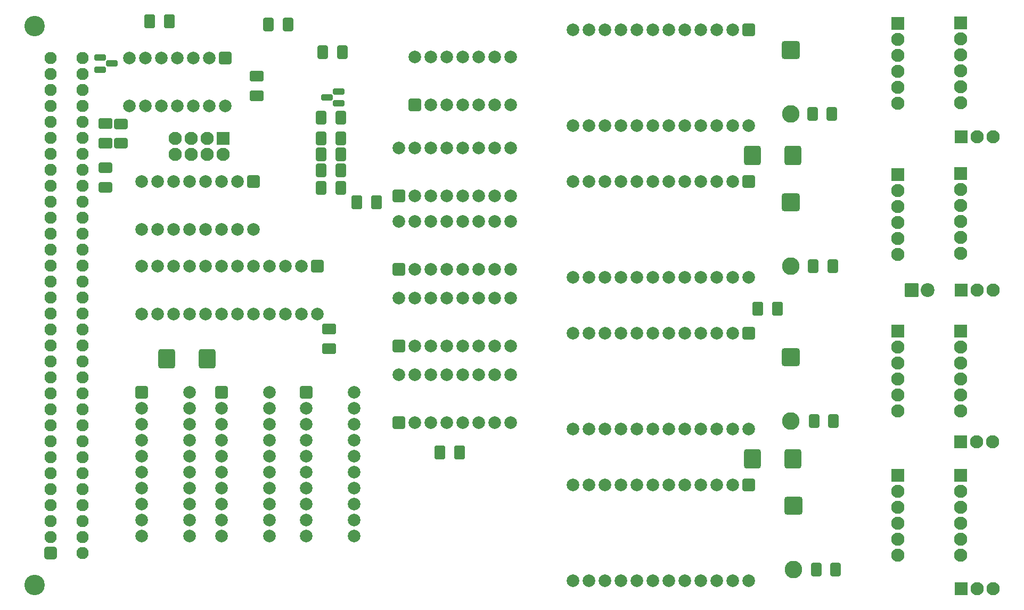
<source format=gbr>
G04 #@! TF.GenerationSoftware,KiCad,Pcbnew,9.0.3-9.0.3-0~ubuntu22.04.1*
G04 #@! TF.CreationDate,2025-08-22T11:52:41+02:00*
G04 #@! TF.ProjectId,CPU09US4,43505530-3955-4533-942e-6b696361645f,rev?*
G04 #@! TF.SameCoordinates,Original*
G04 #@! TF.FileFunction,Soldermask,Top*
G04 #@! TF.FilePolarity,Negative*
%FSLAX46Y46*%
G04 Gerber Fmt 4.6, Leading zero omitted, Abs format (unit mm)*
G04 Created by KiCad (PCBNEW 9.0.3-9.0.3-0~ubuntu22.04.1) date 2025-08-22 11:52:41*
%MOMM*%
%LPD*%
G01*
G04 APERTURE LIST*
G04 Aperture macros list*
%AMRoundRect*
0 Rectangle with rounded corners*
0 $1 Rounding radius*
0 $2 $3 $4 $5 $6 $7 $8 $9 X,Y pos of 4 corners*
0 Add a 4 corners polygon primitive as box body*
4,1,4,$2,$3,$4,$5,$6,$7,$8,$9,$2,$3,0*
0 Add four circle primitives for the rounded corners*
1,1,$1+$1,$2,$3*
1,1,$1+$1,$4,$5*
1,1,$1+$1,$6,$7*
1,1,$1+$1,$8,$9*
0 Add four rect primitives between the rounded corners*
20,1,$1+$1,$2,$3,$4,$5,0*
20,1,$1+$1,$4,$5,$6,$7,0*
20,1,$1+$1,$6,$7,$8,$9,0*
20,1,$1+$1,$8,$9,$2,$3,0*%
G04 Aperture macros list end*
%ADD10C,2.100000*%
%ADD11RoundRect,0.200000X-0.850000X-0.850000X0.850000X-0.850000X0.850000X0.850000X-0.850000X0.850000X0*%
%ADD12RoundRect,0.294545X1.027955X1.200455X-1.027955X1.200455X-1.027955X-1.200455X1.027955X-1.200455X0*%
%ADD13RoundRect,0.294545X-1.027955X-1.200455X1.027955X-1.200455X1.027955X1.200455X-1.027955X1.200455X0*%
%ADD14RoundRect,0.250000X0.687500X0.250000X-0.687500X0.250000X-0.687500X-0.250000X0.687500X-0.250000X0*%
%ADD15RoundRect,0.250000X-0.687500X-0.250000X0.687500X-0.250000X0.687500X0.250000X-0.687500X0.250000X0*%
%ADD16C,2.000000*%
%ADD17RoundRect,0.312500X-0.687500X0.687500X-0.687500X-0.687500X0.687500X-0.687500X0.687500X0.687500X0*%
%ADD18RoundRect,0.312500X0.687500X-0.687500X0.687500X0.687500X-0.687500X0.687500X-0.687500X-0.687500X0*%
%ADD19RoundRect,0.312500X-0.687500X-0.687500X0.687500X-0.687500X0.687500X0.687500X-0.687500X0.687500X0*%
%ADD20RoundRect,0.325471X-0.537029X-0.774529X0.537029X-0.774529X0.537029X0.774529X-0.537029X0.774529X0*%
%ADD21RoundRect,0.325471X0.537029X0.774529X-0.537029X0.774529X-0.537029X-0.774529X0.537029X-0.774529X0*%
%ADD22RoundRect,0.326924X0.523076X0.748076X-0.523076X0.748076X-0.523076X-0.748076X0.523076X-0.748076X0*%
%ADD23RoundRect,0.291668X-1.108332X1.108332X-1.108332X-1.108332X1.108332X-1.108332X1.108332X1.108332X0*%
%ADD24C,2.800000*%
%ADD25RoundRect,0.325471X0.774529X-0.537029X0.774529X0.537029X-0.774529X0.537029X-0.774529X-0.537029X0*%
%ADD26RoundRect,0.325471X-0.774529X0.537029X-0.774529X-0.537029X0.774529X-0.537029X0.774529X0.537029X0*%
%ADD27RoundRect,0.200000X0.850000X-0.850000X0.850000X0.850000X-0.850000X0.850000X-0.850000X-0.850000X0*%
%ADD28RoundRect,0.326924X-0.523076X-0.748076X0.523076X-0.748076X0.523076X0.748076X-0.523076X0.748076X0*%
%ADD29C,3.250000*%
%ADD30RoundRect,0.314516X0.660484X-0.660484X0.660484X0.660484X-0.660484X0.660484X-0.660484X-0.660484X0*%
%ADD31C,1.950000*%
%ADD32RoundRect,0.326924X-0.748076X0.523076X-0.748076X-0.523076X0.748076X-0.523076X0.748076X0.523076X0*%
%ADD33RoundRect,0.200000X-0.850000X0.850000X-0.850000X-0.850000X0.850000X-0.850000X0.850000X0.850000X0*%
%ADD34RoundRect,0.200000X-0.900000X-0.900000X0.900000X-0.900000X0.900000X0.900000X-0.900000X0.900000X0*%
%ADD35C,2.200000*%
G04 APERTURE END LIST*
D10*
X200000000Y-116700000D03*
X200000000Y-114160000D03*
X200000000Y-111620000D03*
X200000000Y-109080000D03*
X200000000Y-106540000D03*
D11*
X200000000Y-104000000D03*
D12*
X183326000Y-124333000D03*
X176911000Y-124333000D03*
X183326000Y-76073000D03*
X176911000Y-76073000D03*
D13*
X83755000Y-108458000D03*
X90170000Y-108458000D03*
D14*
X111125000Y-67818000D03*
X111125000Y-65918000D03*
X109250000Y-66868000D03*
D15*
X73182000Y-60518000D03*
X73182000Y-62418000D03*
X75057000Y-61468000D03*
D16*
X97536000Y-87884000D03*
X94996000Y-87884000D03*
X92456000Y-87884000D03*
X89916000Y-87884000D03*
X87376000Y-87884000D03*
X84836000Y-87884000D03*
X82296000Y-87884000D03*
X79756000Y-87884000D03*
X79756000Y-80264000D03*
X82296000Y-80264000D03*
X84836000Y-80264000D03*
X87376000Y-80264000D03*
X89916000Y-80264000D03*
X92456000Y-80264000D03*
X94996000Y-80264000D03*
D17*
X97536000Y-80264000D03*
D18*
X123190000Y-68072000D03*
D16*
X125730000Y-68072000D03*
X128270000Y-68072000D03*
X130810000Y-68072000D03*
X133350000Y-68072000D03*
X135890000Y-68072000D03*
X138430000Y-68072000D03*
X138430000Y-60452000D03*
X135890000Y-60452000D03*
X133350000Y-60452000D03*
X130810000Y-60452000D03*
X128270000Y-60452000D03*
X125730000Y-60452000D03*
X123190000Y-60452000D03*
D19*
X92456000Y-113792000D03*
D16*
X92456000Y-116332000D03*
X92456000Y-118872000D03*
X92456000Y-121412000D03*
X92456000Y-123952000D03*
X92456000Y-126492000D03*
X92456000Y-129032000D03*
X92456000Y-131572000D03*
X92456000Y-134112000D03*
X92456000Y-136652000D03*
X100076000Y-136652000D03*
X100076000Y-134112000D03*
X100076000Y-131572000D03*
X100076000Y-129032000D03*
X100076000Y-126492000D03*
X100076000Y-123952000D03*
X100076000Y-121412000D03*
X100076000Y-118872000D03*
X100076000Y-116332000D03*
X100076000Y-113792000D03*
D19*
X105918000Y-113792000D03*
D16*
X105918000Y-116332000D03*
X105918000Y-118872000D03*
X105918000Y-121412000D03*
X105918000Y-123952000D03*
X105918000Y-126492000D03*
X105918000Y-129032000D03*
X105918000Y-131572000D03*
X105918000Y-134112000D03*
X105918000Y-136652000D03*
X113538000Y-136652000D03*
X113538000Y-134112000D03*
X113538000Y-131572000D03*
X113538000Y-129032000D03*
X113538000Y-126492000D03*
X113538000Y-123952000D03*
X113538000Y-121412000D03*
X113538000Y-118872000D03*
X113538000Y-116332000D03*
X113538000Y-113792000D03*
D18*
X120650000Y-82550000D03*
D16*
X123190000Y-82550000D03*
X125730000Y-82550000D03*
X128270000Y-82550000D03*
X130810000Y-82550000D03*
X133350000Y-82550000D03*
X135890000Y-82550000D03*
X138430000Y-82550000D03*
X138430000Y-74930000D03*
X135890000Y-74930000D03*
X133350000Y-74930000D03*
X130810000Y-74930000D03*
X128270000Y-74930000D03*
X125730000Y-74930000D03*
X123190000Y-74930000D03*
X120650000Y-74930000D03*
D18*
X120650000Y-94234000D03*
D16*
X123190000Y-94234000D03*
X125730000Y-94234000D03*
X128270000Y-94234000D03*
X130810000Y-94234000D03*
X133350000Y-94234000D03*
X135890000Y-94234000D03*
X138430000Y-94234000D03*
X138430000Y-86614000D03*
X135890000Y-86614000D03*
X133350000Y-86614000D03*
X130810000Y-86614000D03*
X128270000Y-86614000D03*
X125730000Y-86614000D03*
X123190000Y-86614000D03*
X120650000Y-86614000D03*
D18*
X120650000Y-106426000D03*
D16*
X123190000Y-106426000D03*
X125730000Y-106426000D03*
X128270000Y-106426000D03*
X130810000Y-106426000D03*
X133350000Y-106426000D03*
X135890000Y-106426000D03*
X138430000Y-106426000D03*
X138430000Y-98806000D03*
X135890000Y-98806000D03*
X133350000Y-98806000D03*
X130810000Y-98806000D03*
X128270000Y-98806000D03*
X125730000Y-98806000D03*
X123190000Y-98806000D03*
X120650000Y-98806000D03*
D17*
X93091000Y-60579000D03*
D16*
X90551000Y-60579000D03*
X88011000Y-60579000D03*
X85471000Y-60579000D03*
X82931000Y-60579000D03*
X80391000Y-60579000D03*
X77851000Y-60579000D03*
X77851000Y-68199000D03*
X80391000Y-68199000D03*
X82931000Y-68199000D03*
X85471000Y-68199000D03*
X88011000Y-68199000D03*
X90551000Y-68199000D03*
X93091000Y-68199000D03*
D19*
X79756000Y-113792000D03*
D16*
X79756000Y-116332000D03*
X79756000Y-118872000D03*
X79756000Y-121412000D03*
X79756000Y-123952000D03*
X79756000Y-126492000D03*
X79756000Y-129032000D03*
X79756000Y-131572000D03*
X79756000Y-134112000D03*
X79756000Y-136652000D03*
X87376000Y-136652000D03*
X87376000Y-134112000D03*
X87376000Y-131572000D03*
X87376000Y-129032000D03*
X87376000Y-126492000D03*
X87376000Y-123952000D03*
X87376000Y-121412000D03*
X87376000Y-118872000D03*
X87376000Y-116332000D03*
X87376000Y-113792000D03*
D20*
X113969000Y-83566000D03*
X117094000Y-83566000D03*
D21*
X84151000Y-54737000D03*
X81026000Y-54737000D03*
D20*
X127215500Y-123317000D03*
X130340500Y-123317000D03*
D17*
X176276000Y-104394000D03*
D16*
X173736000Y-104394000D03*
X171196000Y-104394000D03*
X168656000Y-104394000D03*
X166116000Y-104394000D03*
X163576000Y-104394000D03*
X161036000Y-104394000D03*
X158496000Y-104394000D03*
X155956000Y-104394000D03*
X153416000Y-104394000D03*
X150876000Y-104394000D03*
X148336000Y-104394000D03*
X148336000Y-119634000D03*
X150876000Y-119634000D03*
X153416000Y-119634000D03*
X155956000Y-119634000D03*
X158496000Y-119634000D03*
X161036000Y-119634000D03*
X163576000Y-119634000D03*
X166116000Y-119634000D03*
X168656000Y-119634000D03*
X171196000Y-119634000D03*
X173736000Y-119634000D03*
X176276000Y-119634000D03*
D22*
X111405000Y-70104000D03*
X108305000Y-70104000D03*
X111405000Y-73406000D03*
X108305000Y-73406000D03*
D17*
X176276000Y-80264000D03*
D16*
X173736000Y-80264000D03*
X171196000Y-80264000D03*
X168656000Y-80264000D03*
X166116000Y-80264000D03*
X163576000Y-80264000D03*
X161036000Y-80264000D03*
X158496000Y-80264000D03*
X155956000Y-80264000D03*
X153416000Y-80264000D03*
X150876000Y-80264000D03*
X148336000Y-80264000D03*
X148336000Y-95504000D03*
X150876000Y-95504000D03*
X153416000Y-95504000D03*
X155956000Y-95504000D03*
X158496000Y-95504000D03*
X161036000Y-95504000D03*
X163576000Y-95504000D03*
X166116000Y-95504000D03*
X168656000Y-95504000D03*
X171196000Y-95504000D03*
X173736000Y-95504000D03*
X176276000Y-95504000D03*
D11*
X210000000Y-127000000D03*
D10*
X210000000Y-129540000D03*
X210000000Y-132080000D03*
X210000000Y-134620000D03*
X210000000Y-137160000D03*
X210000000Y-139700000D03*
D23*
X183388000Y-131826000D03*
D24*
X183388000Y-141986000D03*
D22*
X111405000Y-81280000D03*
X108305000Y-81280000D03*
D23*
X183007000Y-83566000D03*
D24*
X183007000Y-93726000D03*
D22*
X111405000Y-78486000D03*
X108305000Y-78486000D03*
D25*
X98044000Y-66586500D03*
X98044000Y-63461500D03*
D11*
X210000000Y-55000000D03*
D10*
X210000000Y-57540000D03*
X210000000Y-60080000D03*
X210000000Y-62620000D03*
X210000000Y-65160000D03*
X210000000Y-67700000D03*
D26*
X109601000Y-103682000D03*
X109601000Y-106807000D03*
X74041000Y-71043000D03*
X74041000Y-74168000D03*
D22*
X111659000Y-59690000D03*
X108559000Y-59690000D03*
D21*
X180886500Y-100457000D03*
X177761500Y-100457000D03*
D27*
X210058000Y-97536000D03*
D10*
X212598000Y-97536000D03*
X215138000Y-97536000D03*
D28*
X186436000Y-69469000D03*
X189536000Y-69469000D03*
D17*
X107696000Y-93726000D03*
D16*
X105156000Y-93726000D03*
X102616000Y-93726000D03*
X100076000Y-93726000D03*
X97536000Y-93726000D03*
X94996000Y-93726000D03*
X92456000Y-93726000D03*
X89916000Y-93726000D03*
X87376000Y-93726000D03*
X84836000Y-93726000D03*
X82296000Y-93726000D03*
X79756000Y-93726000D03*
X79756000Y-101346000D03*
X82296000Y-101346000D03*
X84836000Y-101346000D03*
X87376000Y-101346000D03*
X89916000Y-101346000D03*
X92456000Y-101346000D03*
X94996000Y-101346000D03*
X97536000Y-101346000D03*
X100076000Y-101346000D03*
X102616000Y-101346000D03*
X105156000Y-101346000D03*
X107696000Y-101346000D03*
D28*
X186563000Y-93726000D03*
X189663000Y-93726000D03*
D23*
X183007000Y-59309000D03*
D24*
X183007000Y-69469000D03*
D27*
X210000000Y-121666000D03*
D10*
X212540000Y-121666000D03*
X215080000Y-121666000D03*
D23*
X183007000Y-108204000D03*
D24*
X183007000Y-118364000D03*
D22*
X103023000Y-55245000D03*
X99923000Y-55245000D03*
D28*
X187019000Y-141986000D03*
X190119000Y-141986000D03*
D29*
X62760000Y-144453000D03*
X62760000Y-55553000D03*
D30*
X65300000Y-139373000D03*
D31*
X65300000Y-136833000D03*
X65300000Y-134293000D03*
X65300000Y-131753000D03*
X65300000Y-129213000D03*
X65300000Y-126673000D03*
X65300000Y-124133000D03*
X65300000Y-121593000D03*
X65300000Y-119053000D03*
X65300000Y-116513000D03*
X65300000Y-113973000D03*
X65300000Y-111433000D03*
X65300000Y-108893000D03*
X65300000Y-106353000D03*
X65300000Y-103813000D03*
X65300000Y-101273000D03*
X65300000Y-98733000D03*
X65300000Y-96193000D03*
X65300000Y-93653000D03*
X65300000Y-91113000D03*
X65300000Y-88573000D03*
X65300000Y-86033000D03*
X65300000Y-83493000D03*
X65300000Y-80953000D03*
X65300000Y-78413000D03*
X65300000Y-75873000D03*
X65300000Y-73333000D03*
X65300000Y-70793000D03*
X65300000Y-68253000D03*
X65300000Y-65713000D03*
X65300000Y-63173000D03*
X65300000Y-60633000D03*
X70380000Y-139373000D03*
X70380000Y-136833000D03*
X70380000Y-134293000D03*
X70380000Y-131753000D03*
X70380000Y-129213000D03*
X70380000Y-126673000D03*
X70380000Y-124133000D03*
X70380000Y-121593000D03*
X70380000Y-119053000D03*
X70380000Y-116513000D03*
X70380000Y-113973000D03*
X70380000Y-111433000D03*
X70380000Y-108893000D03*
X70380000Y-106353000D03*
X70380000Y-103813000D03*
X70380000Y-101273000D03*
X70380000Y-98733000D03*
X70380000Y-96193000D03*
X70380000Y-93653000D03*
X70380000Y-91113000D03*
X70380000Y-88573000D03*
X70380000Y-86033000D03*
X70380000Y-83493000D03*
X70380000Y-80953000D03*
X70380000Y-78413000D03*
X70380000Y-75873000D03*
X70380000Y-73333000D03*
X70380000Y-70793000D03*
X70380000Y-68253000D03*
X70380000Y-65713000D03*
X70380000Y-63173000D03*
X70380000Y-60633000D03*
D32*
X74041000Y-78053000D03*
X74041000Y-81153000D03*
D17*
X176276000Y-128524000D03*
D16*
X173736000Y-128524000D03*
X171196000Y-128524000D03*
X168656000Y-128524000D03*
X166116000Y-128524000D03*
X163576000Y-128524000D03*
X161036000Y-128524000D03*
X158496000Y-128524000D03*
X155956000Y-128524000D03*
X153416000Y-128524000D03*
X150876000Y-128524000D03*
X148336000Y-128524000D03*
X148336000Y-143764000D03*
X150876000Y-143764000D03*
X153416000Y-143764000D03*
X155956000Y-143764000D03*
X158496000Y-143764000D03*
X161036000Y-143764000D03*
X163576000Y-143764000D03*
X166116000Y-143764000D03*
X168656000Y-143764000D03*
X171196000Y-143764000D03*
X173736000Y-143764000D03*
X176276000Y-143764000D03*
D33*
X92710000Y-73401000D03*
D10*
X92710000Y-75941000D03*
X90170000Y-73401000D03*
X90170000Y-75941000D03*
X87630000Y-73401000D03*
X87630000Y-75941000D03*
X85090000Y-73401000D03*
X85090000Y-75941000D03*
D32*
X76454000Y-71068000D03*
X76454000Y-74168000D03*
D27*
X210058000Y-73152000D03*
D10*
X212598000Y-73152000D03*
X215138000Y-73152000D03*
D16*
X176276000Y-71374000D03*
X173736000Y-71374000D03*
X171196000Y-71374000D03*
X168656000Y-71374000D03*
X166116000Y-71374000D03*
X163576000Y-71374000D03*
X161036000Y-71374000D03*
X158496000Y-71374000D03*
X155956000Y-71374000D03*
X153416000Y-71374000D03*
X150876000Y-71374000D03*
X148336000Y-71374000D03*
X148336000Y-56134000D03*
X150876000Y-56134000D03*
X153416000Y-56134000D03*
X155956000Y-56134000D03*
X158496000Y-56134000D03*
X161036000Y-56134000D03*
X163576000Y-56134000D03*
X166116000Y-56134000D03*
X168656000Y-56134000D03*
X171196000Y-56134000D03*
X173736000Y-56134000D03*
D17*
X176276000Y-56134000D03*
D34*
X202184000Y-97536000D03*
D35*
X204724000Y-97536000D03*
D27*
X210058000Y-145034000D03*
D10*
X212598000Y-145034000D03*
X215138000Y-145034000D03*
D18*
X120650000Y-118618000D03*
D16*
X123190000Y-118618000D03*
X125730000Y-118618000D03*
X128270000Y-118618000D03*
X130810000Y-118618000D03*
X133350000Y-118618000D03*
X135890000Y-118618000D03*
X138430000Y-118618000D03*
X138430000Y-110998000D03*
X135890000Y-110998000D03*
X133350000Y-110998000D03*
X130810000Y-110998000D03*
X128270000Y-110998000D03*
X125730000Y-110998000D03*
X123190000Y-110998000D03*
X120650000Y-110998000D03*
D22*
X111405000Y-75946000D03*
X108305000Y-75946000D03*
D11*
X200000000Y-127000000D03*
D10*
X200000000Y-129540000D03*
X200000000Y-132080000D03*
X200000000Y-134620000D03*
X200000000Y-137160000D03*
X200000000Y-139700000D03*
D11*
X210000000Y-79000000D03*
D10*
X210000000Y-81540000D03*
X210000000Y-84080000D03*
X210000000Y-86620000D03*
X210000000Y-89160000D03*
X210000000Y-91700000D03*
D28*
X186690000Y-118364000D03*
X189790000Y-118364000D03*
D11*
X200000000Y-55118000D03*
D10*
X200000000Y-57658000D03*
X200000000Y-60198000D03*
X200000000Y-62738000D03*
X200000000Y-65278000D03*
X200000000Y-67818000D03*
D11*
X210000000Y-104000000D03*
D10*
X210000000Y-106540000D03*
X210000000Y-109080000D03*
X210000000Y-111620000D03*
X210000000Y-114160000D03*
X210000000Y-116700000D03*
D11*
X200000000Y-79121000D03*
D10*
X200000000Y-81661000D03*
X200000000Y-84201000D03*
X200000000Y-86741000D03*
X200000000Y-89281000D03*
X200000000Y-91821000D03*
M02*

</source>
